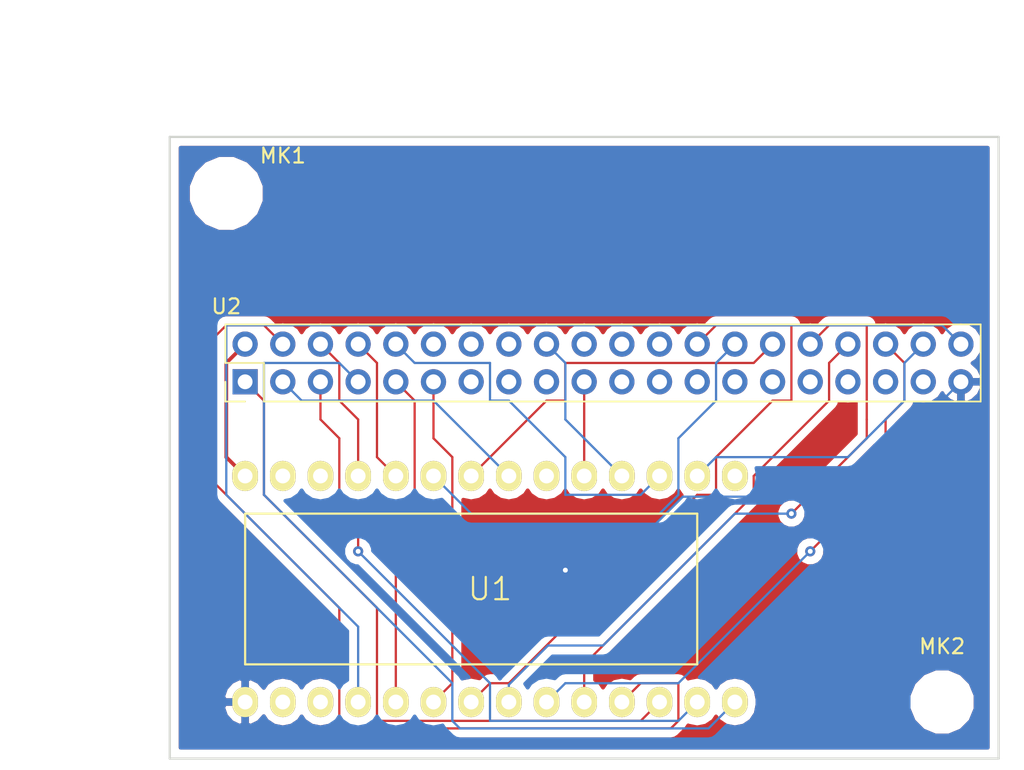
<source format=kicad_pcb>
(kicad_pcb (version 4) (host pcbnew 4.0.7)

  (general
    (links 22)
    (no_connects 0)
    (area 125.73 81.28 194.31 133.35)
    (thickness 1.6002)
    (drawings 6)
    (tracks 133)
    (zones 0)
    (modules 4)
    (nets 23)
  )

  (page A4)
  (layers
    (0 F.Cu signal)
    (31 B.Cu signal)
    (32 B.Adhes user)
    (33 F.Adhes user)
    (34 B.Paste user)
    (35 F.Paste user)
    (36 B.SilkS user)
    (37 F.SilkS user)
    (38 B.Mask user)
    (39 F.Mask user)
    (40 Dwgs.User user)
    (41 Cmts.User user)
    (42 Eco1.User user)
    (43 Eco2.User user)
    (44 Edge.Cuts user)
    (45 Margin user)
    (46 B.CrtYd user)
    (47 F.CrtYd user)
    (48 B.Fab user)
    (49 F.Fab user)
  )

  (setup
    (last_trace_width 0.1524)
    (trace_clearance 0.1524)
    (zone_clearance 0.53)
    (zone_45_only no)
    (trace_min 0.1524)
    (segment_width 0.2)
    (edge_width 0.15)
    (via_size 0.6858)
    (via_drill 0.3302)
    (via_min_size 0.6858)
    (via_min_drill 0.3302)
    (uvia_size 0.3)
    (uvia_drill 0.1)
    (uvias_allowed no)
    (uvia_min_size 0)
    (uvia_min_drill 0)
    (pcb_text_width 0.3)
    (pcb_text_size 1.5 1.5)
    (mod_edge_width 0.15)
    (mod_text_size 1 1)
    (mod_text_width 0.15)
    (pad_size 3.8608 3.8608)
    (pad_drill 3.8608)
    (pad_to_mask_clearance 0.0508)
    (aux_axis_origin 0 0)
    (visible_elements FFFFEF7F)
    (pcbplotparams
      (layerselection 0x00030_80000001)
      (usegerberextensions false)
      (excludeedgelayer true)
      (linewidth 0.100000)
      (plotframeref false)
      (viasonmask false)
      (mode 1)
      (useauxorigin false)
      (hpglpennumber 1)
      (hpglpenspeed 20)
      (hpglpendiameter 15)
      (hpglpenoverlay 2)
      (psnegative false)
      (psa4output false)
      (plotreference true)
      (plotvalue true)
      (plotinvisibletext false)
      (padsonsilk false)
      (subtractmaskfromsilk false)
      (outputformat 1)
      (mirror false)
      (drillshape 1)
      (scaleselection 1)
      (outputdirectory ""))
  )

  (net 0 "")
  (net 1 +5V)
  (net 2 /kbd_matrix1)
  (net 3 /kbd_keypad_btn)
  (net 4 /kbd_program_btn)
  (net 5 /kbd_matrix8)
  (net 6 /kbd_matrix5)
  (net 7 /kbd_matrix3)
  (net 8 /kbd_matrix4)
  (net 9 /kbd_p138_a)
  (net 10 /kbd_num_led)
  (net 11 /kbd_keypad_led)
  (net 12 /kbd_caps_led)
  (net 13 /kbd_matrix2)
  (net 14 /kbd_p138_sel)
  (net 15 /kbd_buzzer)
  (net 16 /kbd_scroll_led)
  (net 17 /kbd_matrix6)
  (net 18 /kbd_matrix7)
  (net 19 /kbd_p138_c)
  (net 20 /kbd_p138_b)
  (net 21 GND)
  (net 22 /kbd_p138_nen)

  (net_class Default "This is the default net class."
    (clearance 0.1524)
    (trace_width 0.1524)
    (via_dia 0.6858)
    (via_drill 0.3302)
    (uvia_dia 0.3)
    (uvia_drill 0.1)
    (add_net /kbd_buzzer)
    (add_net /kbd_caps_led)
    (add_net /kbd_keypad_btn)
    (add_net /kbd_keypad_led)
    (add_net /kbd_matrix1)
    (add_net /kbd_matrix2)
    (add_net /kbd_matrix3)
    (add_net /kbd_matrix4)
    (add_net /kbd_matrix5)
    (add_net /kbd_matrix6)
    (add_net /kbd_matrix7)
    (add_net /kbd_matrix8)
    (add_net /kbd_num_led)
    (add_net /kbd_p138_a)
    (add_net /kbd_p138_b)
    (add_net /kbd_p138_c)
    (add_net /kbd_p138_nen)
    (add_net /kbd_p138_sel)
    (add_net /kbd_program_btn)
    (add_net /kbd_scroll_led)
    (add_net GND)
  )

  (net_class pwr ""
    (clearance 0.1524)
    (trace_width 0.254)
    (via_dia 0.6858)
    (via_drill 0.3302)
    (uvia_dia 0.3)
    (uvia_drill 0.1)
    (add_net +5V)
  )

  (module t_footprints:Teensy-3.2 (layer F.Cu) (tedit 5506D470) (tstamp 5A7BA599)
    (at 144.78 128.27)
    (path /5A74E10D)
    (fp_text reference U1 (at 13.97 -7.62 180) (layer F.SilkS)
      (effects (font (size 1.5 1.5) (thickness 0.15)))
    )
    (fp_text value TEENSY-3.2 (at 5.08 -10.16) (layer F.Fab)
      (effects (font (size 1.5 1.5) (thickness 0.15)))
    )
    (fp_line (start -2.54 -12.7) (end 27.94 -12.7) (layer F.SilkS) (width 0.15))
    (fp_line (start 27.94 -12.7) (end 27.94 -2.54) (layer F.SilkS) (width 0.15))
    (fp_line (start 27.94 -2.54) (end -2.54 -2.54) (layer F.SilkS) (width 0.15))
    (fp_line (start -2.54 -2.54) (end -2.54 -12.7) (layer F.SilkS) (width 0.15))
    (pad 0 thru_hole oval (at 0 0) (size 1.7272 2.032) (drill 1) (layers *.Cu *.Mask F.SilkS))
    (pad 1 thru_hole oval (at 2.54 0) (size 1.7272 2.032) (drill 1) (layers *.Cu *.Mask F.SilkS))
    (pad 2 thru_hole oval (at 5.08 0) (size 1.7272 2.032) (drill 1) (layers *.Cu *.Mask F.SilkS)
      (net 2 /kbd_matrix1))
    (pad 3 thru_hole oval (at 7.62 0) (size 1.7272 2.032) (drill 1) (layers *.Cu *.Mask F.SilkS)
      (net 3 /kbd_keypad_btn))
    (pad 4 thru_hole oval (at 10.16 0) (size 1.7272 2.032) (drill 1) (layers *.Cu *.Mask F.SilkS)
      (net 4 /kbd_program_btn))
    (pad 5 thru_hole oval (at 12.7 0) (size 1.7272 2.032) (drill 1) (layers *.Cu *.Mask F.SilkS)
      (net 5 /kbd_matrix8))
    (pad 6 thru_hole oval (at 15.24 0) (size 1.7272 2.032) (drill 1) (layers *.Cu *.Mask F.SilkS)
      (net 6 /kbd_matrix5))
    (pad 7 thru_hole oval (at 17.78 0) (size 1.7272 2.032) (drill 1) (layers *.Cu *.Mask F.SilkS)
      (net 7 /kbd_matrix3))
    (pad 8 thru_hole oval (at 20.32 0) (size 1.7272 2.032) (drill 1) (layers *.Cu *.Mask F.SilkS)
      (net 8 /kbd_matrix4))
    (pad 9 thru_hole oval (at 22.86 0) (size 1.7272 2.032) (drill 1) (layers *.Cu *.Mask F.SilkS)
      (net 9 /kbd_p138_a))
    (pad 10 thru_hole oval (at 25.4 0) (size 1.7272 2.032) (drill 1) (layers *.Cu *.Mask F.SilkS)
      (net 10 /kbd_num_led))
    (pad 11 thru_hole oval (at 27.94 0) (size 1.7272 2.032) (drill 1) (layers *.Cu *.Mask F.SilkS)
      (net 11 /kbd_keypad_led))
    (pad 12 thru_hole oval (at 30.48 0) (size 1.7272 2.032) (drill 1) (layers *.Cu *.Mask F.SilkS)
      (net 12 /kbd_caps_led))
    (pad 13 thru_hole oval (at 30.48 -15.24) (size 1.7272 2.032) (drill 1) (layers *.Cu *.Mask F.SilkS))
    (pad 14 thru_hole oval (at 27.94 -15.24) (size 1.7272 2.032) (drill 1) (layers *.Cu *.Mask F.SilkS)
      (net 13 /kbd_matrix2))
    (pad 15 thru_hole oval (at 25.4 -15.24) (size 1.7272 2.032) (drill 1) (layers *.Cu *.Mask F.SilkS)
      (net 14 /kbd_p138_sel))
    (pad 16 thru_hole oval (at 22.86 -15.24) (size 1.7272 2.032) (drill 1) (layers *.Cu *.Mask F.SilkS)
      (net 15 /kbd_buzzer))
    (pad 17 thru_hole oval (at 20.32 -15.24) (size 1.7272 2.032) (drill 1) (layers *.Cu *.Mask F.SilkS)
      (net 22 /kbd_p138_nen))
    (pad 18 thru_hole oval (at 17.78 -15.24) (size 1.7272 2.032) (drill 1) (layers *.Cu *.Mask F.SilkS))
    (pad 19 thru_hole oval (at 15.24 -15.24) (size 1.7272 2.032) (drill 1) (layers *.Cu *.Mask F.SilkS)
      (net 16 /kbd_scroll_led))
    (pad 20 thru_hole oval (at 12.7 -15.24) (size 1.7272 2.032) (drill 1) (layers *.Cu *.Mask F.SilkS)
      (net 17 /kbd_matrix6))
    (pad 21 thru_hole oval (at 10.16 -15.24) (size 1.7272 2.032) (drill 1) (layers *.Cu *.Mask F.SilkS)
      (net 18 /kbd_matrix7))
    (pad 22 thru_hole oval (at 7.62 -15.24) (size 1.7272 2.032) (drill 1) (layers *.Cu *.Mask F.SilkS)
      (net 19 /kbd_p138_c))
    (pad 23 thru_hole oval (at 5.08 -15.24) (size 1.7272 2.032) (drill 1) (layers *.Cu *.Mask F.SilkS)
      (net 20 /kbd_p138_b))
    (pad 24 thru_hole oval (at 2.54 -15.24) (size 1.7272 2.032) (drill 1) (layers *.Cu *.Mask F.SilkS))
    (pad 25 thru_hole oval (at 0 -15.24) (size 1.7272 2.032) (drill 1) (layers *.Cu *.Mask F.SilkS))
    (pad 26 thru_hole oval (at -2.54 -15.24) (size 1.7272 2.032) (drill 1) (layers *.Cu *.Mask F.SilkS)
      (net 1 +5V))
    (pad 27 thru_hole oval (at -2.54 0) (size 1.7272 2.032) (drill 1) (layers *.Cu *.Mask F.SilkS)
      (net 21 GND))
  )

  (module Pin_Headers:Pin_Header_Straight_2x20_Pitch2.54mm (layer F.Cu) (tedit 59650533) (tstamp 5A7BA5D7)
    (at 142.24 106.68 90)
    (descr "Through hole straight pin header, 2x20, 2.54mm pitch, double rows")
    (tags "Through hole pin header THT 2x20 2.54mm double row")
    (path /5A74E76F)
    (fp_text reference U2 (at 5.08 -1.27 360) (layer F.SilkS)
      (effects (font (size 1 1) (thickness 0.15)))
    )
    (fp_text value at89s8253-40p6 (at 5.08 43.18 180) (layer F.Fab)
      (effects (font (size 1 1) (thickness 0.15)))
    )
    (fp_line (start 0 -1.27) (end 3.81 -1.27) (layer F.Fab) (width 0.1))
    (fp_line (start 3.81 -1.27) (end 3.81 49.53) (layer F.Fab) (width 0.1))
    (fp_line (start 3.81 49.53) (end -1.27 49.53) (layer F.Fab) (width 0.1))
    (fp_line (start -1.27 49.53) (end -1.27 0) (layer F.Fab) (width 0.1))
    (fp_line (start -1.27 0) (end 0 -1.27) (layer F.Fab) (width 0.1))
    (fp_line (start -1.33 49.59) (end 3.87 49.59) (layer F.SilkS) (width 0.12))
    (fp_line (start -1.33 1.27) (end -1.33 49.59) (layer F.SilkS) (width 0.12))
    (fp_line (start 3.87 -1.33) (end 3.87 49.59) (layer F.SilkS) (width 0.12))
    (fp_line (start -1.33 1.27) (end 1.27 1.27) (layer F.SilkS) (width 0.12))
    (fp_line (start 1.27 1.27) (end 1.27 -1.33) (layer F.SilkS) (width 0.12))
    (fp_line (start 1.27 -1.33) (end 3.87 -1.33) (layer F.SilkS) (width 0.12))
    (fp_line (start -1.33 0) (end -1.33 -1.33) (layer F.SilkS) (width 0.12))
    (fp_line (start -1.33 -1.33) (end 0 -1.33) (layer F.SilkS) (width 0.12))
    (fp_line (start -1.8 -1.8) (end -1.8 50.05) (layer F.CrtYd) (width 0.05))
    (fp_line (start -1.8 50.05) (end 4.35 50.05) (layer F.CrtYd) (width 0.05))
    (fp_line (start 4.35 50.05) (end 4.35 -1.8) (layer F.CrtYd) (width 0.05))
    (fp_line (start 4.35 -1.8) (end -1.8 -1.8) (layer F.CrtYd) (width 0.05))
    (fp_text user %R (at 5.08 24.13 180) (layer F.Fab)
      (effects (font (size 1 1) (thickness 0.15)))
    )
    (pad 1 thru_hole rect (at 0 0 90) (size 1.7 1.7) (drill 1) (layers *.Cu *.Mask)
      (net 10 /kbd_num_led))
    (pad 40 thru_hole oval (at 2.54 0 90) (size 1.7 1.7) (drill 1) (layers *.Cu *.Mask)
      (net 1 +5V))
    (pad 2 thru_hole oval (at 0 2.54 90) (size 1.7 1.7) (drill 1) (layers *.Cu *.Mask)
      (net 16 /kbd_scroll_led))
    (pad 39 thru_hole oval (at 2.54 2.54 90) (size 1.7 1.7) (drill 1) (layers *.Cu *.Mask)
      (net 9 /kbd_p138_a))
    (pad 3 thru_hole oval (at 0 5.08 90) (size 1.7 1.7) (drill 1) (layers *.Cu *.Mask)
      (net 11 /kbd_keypad_led))
    (pad 38 thru_hole oval (at 2.54 5.08 90) (size 1.7 1.7) (drill 1) (layers *.Cu *.Mask)
      (net 20 /kbd_p138_b))
    (pad 4 thru_hole oval (at 0 7.62 90) (size 1.7 1.7) (drill 1) (layers *.Cu *.Mask)
      (net 12 /kbd_caps_led))
    (pad 37 thru_hole oval (at 2.54 7.62 90) (size 1.7 1.7) (drill 1) (layers *.Cu *.Mask)
      (net 19 /kbd_p138_c))
    (pad 5 thru_hole oval (at 0 10.16 90) (size 1.7 1.7) (drill 1) (layers *.Cu *.Mask)
      (net 3 /kbd_keypad_btn))
    (pad 36 thru_hole oval (at 2.54 10.16 90) (size 1.7 1.7) (drill 1) (layers *.Cu *.Mask)
      (net 14 /kbd_p138_sel))
    (pad 6 thru_hole oval (at 0 12.7 90) (size 1.7 1.7) (drill 1) (layers *.Cu *.Mask)
      (net 4 /kbd_program_btn))
    (pad 35 thru_hole oval (at 2.54 12.7 90) (size 1.7 1.7) (drill 1) (layers *.Cu *.Mask))
    (pad 7 thru_hole oval (at 0 15.24 90) (size 1.7 1.7) (drill 1) (layers *.Cu *.Mask))
    (pad 34 thru_hole oval (at 2.54 15.24 90) (size 1.7 1.7) (drill 1) (layers *.Cu *.Mask))
    (pad 8 thru_hole oval (at 0 17.78 90) (size 1.7 1.7) (drill 1) (layers *.Cu *.Mask))
    (pad 33 thru_hole oval (at 2.54 17.78 90) (size 1.7 1.7) (drill 1) (layers *.Cu *.Mask))
    (pad 9 thru_hole oval (at 0 20.32 90) (size 1.7 1.7) (drill 1) (layers *.Cu *.Mask))
    (pad 32 thru_hole oval (at 2.54 20.32 90) (size 1.7 1.7) (drill 1) (layers *.Cu *.Mask)
      (net 15 /kbd_buzzer))
    (pad 10 thru_hole oval (at 0 22.86 90) (size 1.7 1.7) (drill 1) (layers *.Cu *.Mask)
      (net 22 /kbd_p138_nen))
    (pad 31 thru_hole oval (at 2.54 22.86 90) (size 1.7 1.7) (drill 1) (layers *.Cu *.Mask))
    (pad 11 thru_hole oval (at 0 25.4 90) (size 1.7 1.7) (drill 1) (layers *.Cu *.Mask))
    (pad 30 thru_hole oval (at 2.54 25.4 90) (size 1.7 1.7) (drill 1) (layers *.Cu *.Mask))
    (pad 12 thru_hole oval (at 0 27.94 90) (size 1.7 1.7) (drill 1) (layers *.Cu *.Mask))
    (pad 29 thru_hole oval (at 2.54 27.94 90) (size 1.7 1.7) (drill 1) (layers *.Cu *.Mask))
    (pad 13 thru_hole oval (at 0 30.48 90) (size 1.7 1.7) (drill 1) (layers *.Cu *.Mask))
    (pad 28 thru_hole oval (at 2.54 30.48 90) (size 1.7 1.7) (drill 1) (layers *.Cu *.Mask)
      (net 5 /kbd_matrix8))
    (pad 14 thru_hole oval (at 0 33.02 90) (size 1.7 1.7) (drill 1) (layers *.Cu *.Mask))
    (pad 27 thru_hole oval (at 2.54 33.02 90) (size 1.7 1.7) (drill 1) (layers *.Cu *.Mask)
      (net 18 /kbd_matrix7))
    (pad 15 thru_hole oval (at 0 35.56 90) (size 1.7 1.7) (drill 1) (layers *.Cu *.Mask))
    (pad 26 thru_hole oval (at 2.54 35.56 90) (size 1.7 1.7) (drill 1) (layers *.Cu *.Mask)
      (net 17 /kbd_matrix6))
    (pad 16 thru_hole oval (at 0 38.1 90) (size 1.7 1.7) (drill 1) (layers *.Cu *.Mask))
    (pad 25 thru_hole oval (at 2.54 38.1 90) (size 1.7 1.7) (drill 1) (layers *.Cu *.Mask)
      (net 6 /kbd_matrix5))
    (pad 17 thru_hole oval (at 0 40.64 90) (size 1.7 1.7) (drill 1) (layers *.Cu *.Mask))
    (pad 24 thru_hole oval (at 2.54 40.64 90) (size 1.7 1.7) (drill 1) (layers *.Cu *.Mask)
      (net 8 /kbd_matrix4))
    (pad 18 thru_hole oval (at 0 43.18 90) (size 1.7 1.7) (drill 1) (layers *.Cu *.Mask))
    (pad 23 thru_hole oval (at 2.54 43.18 90) (size 1.7 1.7) (drill 1) (layers *.Cu *.Mask)
      (net 7 /kbd_matrix3))
    (pad 19 thru_hole oval (at 0 45.72 90) (size 1.7 1.7) (drill 1) (layers *.Cu *.Mask))
    (pad 22 thru_hole oval (at 2.54 45.72 90) (size 1.7 1.7) (drill 1) (layers *.Cu *.Mask)
      (net 13 /kbd_matrix2))
    (pad 20 thru_hole oval (at 0 48.26 90) (size 1.7 1.7) (drill 1) (layers *.Cu *.Mask)
      (net 21 GND))
    (pad 21 thru_hole oval (at 2.54 48.26 90) (size 1.7 1.7) (drill 1) (layers *.Cu *.Mask)
      (net 2 /kbd_matrix1))
    (model ${KISYS3DMOD}/Pin_Headers.3dshapes/Pin_Header_Straight_2x20_Pitch2.54mm.wrl
      (at (xyz 0 0 0))
      (scale (xyz 1 1 1))
      (rotate (xyz 0 0 0))
    )
  )

  (module Mounting_Holes:MountingHole_3.2mm_M3_ISO14580 (layer F.Cu) (tedit 5A7CFCFC) (tstamp 5A7CFC72)
    (at 140.97 93.98)
    (descr "Mounting Hole 3.2mm, no annular, M3, ISO14580")
    (tags "mounting hole 3.2mm no annular m3 iso14580")
    (path /5A7CFB90)
    (attr virtual)
    (fp_text reference MK1 (at 3.81 -2.54) (layer F.SilkS)
      (effects (font (size 1 1) (thickness 0.15)))
    )
    (fp_text value Mounting_Hole (at 0 3.75) (layer F.Fab)
      (effects (font (size 1 1) (thickness 0.15)))
    )
    (fp_text user %R (at 0.3 0) (layer F.Fab)
      (effects (font (size 1 1) (thickness 0.15)))
    )
    (fp_circle (center 0 0) (end 2.75 0) (layer Cmts.User) (width 0.15))
    (fp_circle (center 0 0) (end 3 0) (layer F.CrtYd) (width 0.05))
    (pad "" np_thru_hole circle (at 0 0) (size 3.8608 3.8608) (drill 3.8608) (layers *.Cu *.Mask))
  )

  (module Mounting_Holes:MountingHole_3.2mm_M3_ISO14580 (layer F.Cu) (tedit 56D1B4CB) (tstamp 5A7CFC7A)
    (at 189.23 128.27)
    (descr "Mounting Hole 3.2mm, no annular, M3, ISO14580")
    (tags "mounting hole 3.2mm no annular m3 iso14580")
    (path /5A7CFE98)
    (attr virtual)
    (fp_text reference MK2 (at 0 -3.75) (layer F.SilkS)
      (effects (font (size 1 1) (thickness 0.15)))
    )
    (fp_text value Mounting_Hole (at 0 3.75) (layer F.Fab)
      (effects (font (size 1 1) (thickness 0.15)))
    )
    (fp_text user %R (at 0.3 0) (layer F.Fab)
      (effects (font (size 1 1) (thickness 0.15)))
    )
    (fp_circle (center 0 0) (end 2.75 0) (layer Cmts.User) (width 0.15))
    (fp_circle (center 0 0) (end 3 0) (layer F.CrtYd) (width 0.05))
    (pad 1 np_thru_hole circle (at 0 0) (size 3.2 3.2) (drill 3.2) (layers *.Cu *.Mask))
  )

  (dimension 55.88 (width 0.3) (layer F.Fab)
    (gr_text "2.2000 in" (at 165.1 82.793851) (layer F.Fab)
      (effects (font (size 1.5 1.5) (thickness 0.3)))
    )
    (feature1 (pts (xy 193.04 87.953851) (xy 193.04 81.443851)))
    (feature2 (pts (xy 137.16 87.953851) (xy 137.16 81.443851)))
    (crossbar (pts (xy 137.16 84.143851) (xy 193.04 84.143851)))
    (arrow1a (pts (xy 193.04 84.143851) (xy 191.913496 84.730272)))
    (arrow1b (pts (xy 193.04 84.143851) (xy 191.913496 83.55743)))
    (arrow2a (pts (xy 137.16 84.143851) (xy 138.286504 84.730272)))
    (arrow2b (pts (xy 137.16 84.143851) (xy 138.286504 83.55743)))
  )
  (dimension 41.91 (width 0.3) (layer F.Fab)
    (gr_text "1.6500 in" (at 132.000001 111.125 270) (layer F.Fab) (tstamp 5A7D0378)
      (effects (font (size 1.5 1.5) (thickness 0.3)))
    )
    (feature1 (pts (xy 134.62 132.08) (xy 130.650001 132.08)))
    (feature2 (pts (xy 134.62 90.17) (xy 130.650001 90.17)))
    (crossbar (pts (xy 133.350001 90.17) (xy 133.350001 132.08)))
    (arrow1a (pts (xy 133.350001 132.08) (xy 132.76358 130.953496)))
    (arrow1b (pts (xy 133.350001 132.08) (xy 133.936422 130.953496)))
    (arrow2a (pts (xy 133.350001 90.17) (xy 132.76358 91.296504)))
    (arrow2b (pts (xy 133.350001 90.17) (xy 133.936422 91.296504)))
  )
  (gr_line (start 193.04 90.17) (end 137.16 90.17) (angle 90) (layer Edge.Cuts) (width 0.15))
  (gr_line (start 193.04 132.08) (end 193.04 90.17) (angle 90) (layer Edge.Cuts) (width 0.15))
  (gr_line (start 137.16 132.08) (end 193.04 132.08) (angle 90) (layer Edge.Cuts) (width 0.15))
  (gr_line (start 137.16 90.17) (end 137.16 132.08) (angle 90) (layer Edge.Cuts) (width 0.15))

  (segment (start 142.24 113.03) (end 140.97 111.76) (width 0.254) (layer F.Cu) (net 1) (status 80000))
  (segment (start 140.97 105.41) (end 142.24 104.14) (width 0.254) (layer F.Cu) (net 1) (status 80000))
  (segment (start 140.97 111.76) (end 140.97 105.41) (width 0.254) (layer F.Cu) (net 1) (status 80000))
  (segment (start 149.86 128.27) (end 149.86 123.19) (width 0.1524) (layer B.Cu) (net 2) (status 80000))
  (segment (start 149.86 123.19) (end 140.97 114.3) (width 0.1524) (layer B.Cu) (net 2) (status 80000))
  (segment (start 140.97 114.3) (end 140.97 102.87) (width 0.1524) (layer B.Cu) (net 2) (status 80000))
  (segment (start 140.97 102.87) (end 189.23 102.87) (width 0.1524) (layer B.Cu) (net 2) (status 80000))
  (segment (start 189.23 102.87) (end 190.5 104.14) (width 0.1524) (layer B.Cu) (net 2) (status 80000))
  (segment (start 152.4 106.68) (end 153.67 107.95) (width 0.1524) (layer F.Cu) (net 3) (status 80000))
  (segment (start 153.67 107.95) (end 153.67 114.3) (width 0.1524) (layer F.Cu) (net 3) (status 80000))
  (segment (start 153.67 114.3) (end 152.4 115.57) (width 0.1524) (layer F.Cu) (net 3) (status 80000))
  (segment (start 152.4 115.57) (end 152.4 128.27) (width 0.1524) (layer F.Cu) (net 3) (status 80000))
  (segment (start 154.94 128.27) (end 156.21 127) (width 0.1524) (layer F.Cu) (net 4) (status 80000))
  (segment (start 156.21 127) (end 156.21 111.76) (width 0.1524) (layer F.Cu) (net 4) (status 80000))
  (segment (start 156.21 111.76) (end 154.94 110.49) (width 0.1524) (layer F.Cu) (net 4) (status 80000))
  (segment (start 154.94 110.49) (end 154.94 106.68) (width 0.1524) (layer F.Cu) (net 4) (status 80000))
  (segment (start 157.48 128.27) (end 158.75 127) (width 0.1524) (layer F.Cu) (net 5) (status 80000))
  (segment (start 158.75 127) (end 160.02 127) (width 0.1524) (layer F.Cu) (net 5) (status 80000))
  (segment (start 160.02 127) (end 172.72 114.3) (width 0.1524) (layer F.Cu) (net 5) (status 80000))
  (segment (start 172.72 114.3) (end 173.99 114.3) (width 0.1524) (layer F.Cu) (net 5) (status 80000))
  (segment (start 173.99 114.3) (end 173.99 111.76) (width 0.1524) (layer F.Cu) (net 5) (status 80000))
  (segment (start 173.99 111.76) (end 177.8 107.95) (width 0.1524) (layer F.Cu) (net 5) (status 80000))
  (segment (start 177.8 107.95) (end 179.07 107.95) (width 0.1524) (layer F.Cu) (net 5) (status 80000))
  (segment (start 179.07 107.95) (end 179.07 102.87) (width 0.1524) (layer F.Cu) (net 5) (status 80000))
  (segment (start 179.07 102.87) (end 173.99 102.87) (width 0.1524) (layer F.Cu) (net 5) (status 80000))
  (segment (start 173.99 102.87) (end 172.72 104.14) (width 0.1524) (layer F.Cu) (net 5) (status 80000))
  (segment (start 179.07 115.57) (end 175.26 115.57) (width 0.1524) (layer B.Cu) (net 6))
  (segment (start 175.26 115.57) (end 166.37 124.46) (width 0.1524) (layer B.Cu) (net 6))
  (segment (start 166.37 124.46) (end 162.6616 124.46) (width 0.1524) (layer B.Cu) (net 6))
  (segment (start 162.6616 124.46) (end 160.02 127.1016) (width 0.1524) (layer B.Cu) (net 6))
  (segment (start 160.02 127.1016) (end 160.02 128.27) (width 0.1524) (layer B.Cu) (net 6))
  (segment (start 184.15 109.22) (end 184.15 110.49) (width 0.1524) (layer F.Cu) (net 6))
  (via (at 179.07 115.57) (size 0.6858) (layers F.Cu B.Cu) (net 6) (status 80000))
  (segment (start 179.07 115.57) (end 184.15 110.49) (width 0.1524) (layer F.Cu) (net 6) (status 80000))
  (segment (start 184.15 109.22) (end 184.15 102.87) (width 0.1524) (layer F.Cu) (net 6) (status 80000))
  (segment (start 184.15 102.87) (end 181.61 102.87) (width 0.1524) (layer F.Cu) (net 6) (status 80000))
  (segment (start 181.61 102.87) (end 180.34 104.14) (width 0.1524) (layer F.Cu) (net 6) (status 80000))
  (segment (start 180.34 118.11) (end 171.45 127) (width 0.1524) (layer B.Cu) (net 7))
  (segment (start 171.45 127) (end 163.83 127) (width 0.1524) (layer B.Cu) (net 7))
  (segment (start 163.83 127) (end 162.56 128.27) (width 0.1524) (layer B.Cu) (net 7))
  (via (at 180.34 118.11) (size 0.6858) (drill 0.3302) (layers F.Cu B.Cu) (net 7))
  (segment (start 185.42 113.03) (end 180.34 118.11) (width 0.1524) (layer F.Cu) (net 7))
  (segment (start 185.42 111.46282) (end 185.42 113.03) (width 0.1524) (layer F.Cu) (net 7))
  (segment (start 185.42 109.22) (end 185.42 111.46282) (width 0.1524) (layer F.Cu) (net 7))
  (segment (start 185.42 104.14) (end 186.69 105.41) (width 0.1524) (layer F.Cu) (net 7) (status 80000))
  (segment (start 186.69 107.95) (end 185.42 109.22) (width 0.1524) (layer F.Cu) (net 7) (status 80000))
  (segment (start 186.69 105.41) (end 186.69 107.95) (width 0.1524) (layer F.Cu) (net 7) (status 80000))
  (segment (start 182.88 104.14) (end 181.61 105.41) (width 0.1524) (layer F.Cu) (net 8) (status 80000))
  (segment (start 181.61 105.41) (end 181.61 107.95) (width 0.1524) (layer F.Cu) (net 8) (status 80000))
  (segment (start 181.61 107.95) (end 176.53 113.03) (width 0.1524) (layer F.Cu) (net 8) (status 80000))
  (segment (start 176.53 113.03) (end 176.53 114.3) (width 0.1524) (layer F.Cu) (net 8) (status 80000))
  (segment (start 176.53 114.3) (end 165.1 125.73) (width 0.1524) (layer F.Cu) (net 8) (status 80000))
  (segment (start 165.1 125.73) (end 165.1 128.27) (width 0.1524) (layer F.Cu) (net 8) (status 80000))
  (segment (start 144.78 104.14) (end 143.51 102.87) (width 0.1524) (layer F.Cu) (net 9) (status 80000))
  (segment (start 143.51 102.87) (end 140.97 102.87) (width 0.1524) (layer F.Cu) (net 9) (status 80000))
  (segment (start 140.97 102.87) (end 139.7 104.14) (width 0.1524) (layer F.Cu) (net 9) (status 80000))
  (segment (start 139.7 104.14) (end 139.7 113.03) (width 0.1524) (layer F.Cu) (net 9) (status 80000))
  (segment (start 139.7 113.03) (end 148.59 121.92) (width 0.1524) (layer F.Cu) (net 9) (status 80000))
  (segment (start 148.59 121.92) (end 148.59 129.54) (width 0.1524) (layer F.Cu) (net 9) (status 80000))
  (segment (start 148.59 129.54) (end 149.098 130.048) (width 0.1524) (layer F.Cu) (net 9) (status 80000))
  (segment (start 149.098 130.048) (end 170.942 130.048) (width 0.1524) (layer F.Cu) (net 9) (status 80000))
  (segment (start 170.942 130.048) (end 171.45 129.54) (width 0.1524) (layer F.Cu) (net 9) (status 80000))
  (segment (start 171.45 129.54) (end 171.45 127) (width 0.1524) (layer F.Cu) (net 9) (status 80000))
  (segment (start 171.45 127) (end 168.91 127) (width 0.1524) (layer F.Cu) (net 9) (status 80000))
  (segment (start 168.91 127) (end 167.64 128.27) (width 0.1524) (layer F.Cu) (net 9) (status 80000))
  (segment (start 142.24 106.68) (end 143.51 107.95) (width 0.1524) (layer F.Cu) (net 10) (status 80000))
  (segment (start 143.51 107.95) (end 143.51 114.3) (width 0.1524) (layer F.Cu) (net 10) (status 80000))
  (segment (start 143.51 114.3) (end 151.13 121.92) (width 0.1524) (layer F.Cu) (net 10) (status 80000))
  (segment (start 151.13 121.92) (end 151.13 129.54) (width 0.1524) (layer F.Cu) (net 10) (status 80000))
  (segment (start 151.13 129.54) (end 168.91 129.54) (width 0.1524) (layer F.Cu) (net 10) (status 80000))
  (segment (start 168.91 129.54) (end 170.18 128.27) (width 0.1524) (layer F.Cu) (net 10) (status 80000))
  (segment (start 147.32 106.68) (end 147.32 109.22) (width 0.1524) (layer F.Cu) (net 11) (status 80000))
  (segment (start 147.32 109.22) (end 148.59 110.49) (width 0.1524) (layer F.Cu) (net 11) (status 80000))
  (segment (start 148.59 110.49) (end 148.59 114.3) (width 0.1524) (layer F.Cu) (net 11) (status 80000))
  (segment (start 148.59 114.3) (end 149.86 115.57) (width 0.1524) (layer F.Cu) (net 11) (status 80000))
  (segment (start 149.86 115.57) (end 149.86 118.11) (width 0.1524) (layer F.Cu) (net 11) (status 80000))
  (via (at 149.86 118.11) (size 0.6858) (layers F.Cu B.Cu) (net 11) (status 80000))
  (segment (start 149.86 118.11) (end 158.75 127) (width 0.1524) (layer B.Cu) (net 11) (status 80000))
  (segment (start 158.75 127) (end 158.75 129.54) (width 0.1524) (layer B.Cu) (net 11) (status 80000))
  (segment (start 158.75 129.54) (end 171.45 129.54) (width 0.1524) (layer B.Cu) (net 11) (status 80000))
  (segment (start 171.45 129.54) (end 172.72 128.27) (width 0.1524) (layer B.Cu) (net 11) (status 80000))
  (segment (start 149.86 106.68) (end 148.59 105.41) (width 0.1524) (layer B.Cu) (net 12) (status 80000))
  (segment (start 148.59 105.41) (end 143.51 105.41) (width 0.1524) (layer B.Cu) (net 12) (status 80000))
  (segment (start 143.51 105.41) (end 143.51 114.3) (width 0.1524) (layer B.Cu) (net 12) (status 80000))
  (segment (start 143.51 114.3) (end 156.21 127) (width 0.1524) (layer B.Cu) (net 12) (status 80000))
  (segment (start 156.21 127) (end 156.21 129.54) (width 0.1524) (layer B.Cu) (net 12) (status 80000))
  (segment (start 156.21 129.54) (end 156.718 130.048) (width 0.1524) (layer B.Cu) (net 12) (status 80000))
  (segment (start 156.718 130.048) (end 173.482 130.048) (width 0.1524) (layer B.Cu) (net 12) (status 80000))
  (segment (start 173.482 130.048) (end 175.26 128.27) (width 0.1524) (layer B.Cu) (net 12) (status 80000))
  (segment (start 187.96 104.14) (end 186.69 105.41) (width 0.1524) (layer B.Cu) (net 13) (status 80000))
  (segment (start 186.69 105.41) (end 186.69 107.95) (width 0.1524) (layer B.Cu) (net 13) (status 80000))
  (segment (start 186.69 107.95) (end 182.88 111.76) (width 0.1524) (layer B.Cu) (net 13) (status 80000))
  (segment (start 182.88 111.76) (end 173.99 111.76) (width 0.1524) (layer B.Cu) (net 13) (status 80000))
  (segment (start 173.99 111.76) (end 172.72 113.03) (width 0.1524) (layer B.Cu) (net 13) (status 80000))
  (segment (start 170.18 113.03) (end 168.91 114.3) (width 0.1524) (layer B.Cu) (net 14) (status 80000))
  (segment (start 168.91 114.3) (end 163.83 114.3) (width 0.1524) (layer B.Cu) (net 14) (status 80000))
  (segment (start 163.83 114.3) (end 163.83 111.76) (width 0.1524) (layer B.Cu) (net 14) (status 80000))
  (segment (start 163.83 111.76) (end 160.02 107.95) (width 0.1524) (layer B.Cu) (net 14) (status 80000))
  (segment (start 160.02 107.95) (end 158.75 107.95) (width 0.1524) (layer B.Cu) (net 14) (status 80000))
  (segment (start 158.75 107.95) (end 158.75 105.41) (width 0.1524) (layer B.Cu) (net 14) (status 80000))
  (segment (start 158.75 105.41) (end 153.67 105.41) (width 0.1524) (layer B.Cu) (net 14) (status 80000))
  (segment (start 153.67 105.41) (end 152.4 104.14) (width 0.1524) (layer B.Cu) (net 14) (status 80000))
  (segment (start 162.56 104.14) (end 163.83 105.41) (width 0.1524) (layer B.Cu) (net 15) (status 80000))
  (segment (start 163.83 105.41) (end 163.83 109.22) (width 0.1524) (layer B.Cu) (net 15) (status 80000))
  (segment (start 163.83 109.22) (end 167.64 113.03) (width 0.1524) (layer B.Cu) (net 15) (status 80000))
  (segment (start 160.02 113.03) (end 154.94 107.95) (width 0.1524) (layer B.Cu) (net 16) (status 80000))
  (segment (start 154.94 107.95) (end 146.05 107.95) (width 0.1524) (layer B.Cu) (net 16) (status 80000))
  (segment (start 146.05 107.95) (end 144.78 106.68) (width 0.1524) (layer B.Cu) (net 16) (status 80000))
  (segment (start 157.48 113.03) (end 162.56 107.95) (width 0.1524) (layer F.Cu) (net 17) (status 80000))
  (segment (start 162.56 107.95) (end 163.83 107.95) (width 0.1524) (layer F.Cu) (net 17) (status 80000))
  (segment (start 163.83 107.95) (end 163.83 105.41) (width 0.1524) (layer F.Cu) (net 17) (status 80000))
  (segment (start 163.83 105.41) (end 176.53 105.41) (width 0.1524) (layer F.Cu) (net 17) (status 80000))
  (segment (start 176.53 105.41) (end 177.8 104.14) (width 0.1524) (layer F.Cu) (net 17) (status 80000))
  (segment (start 154.94 113.03) (end 157.48 115.57) (width 0.1524) (layer B.Cu) (net 18) (status 80000))
  (segment (start 157.48 115.57) (end 170.18 115.57) (width 0.1524) (layer B.Cu) (net 18) (status 80000))
  (segment (start 170.18 115.57) (end 171.45 114.3) (width 0.1524) (layer B.Cu) (net 18) (status 80000))
  (segment (start 171.45 114.3) (end 171.45 110.49) (width 0.1524) (layer B.Cu) (net 18) (status 80000))
  (segment (start 171.45 110.49) (end 173.99 107.95) (width 0.1524) (layer B.Cu) (net 18) (status 80000))
  (segment (start 173.99 107.95) (end 173.99 105.41) (width 0.1524) (layer B.Cu) (net 18) (status 80000))
  (segment (start 173.99 105.41) (end 175.26 104.14) (width 0.1524) (layer B.Cu) (net 18) (status 80000))
  (segment (start 152.4 113.03) (end 151.13 111.76) (width 0.1524) (layer F.Cu) (net 19) (status 80000))
  (segment (start 151.13 111.76) (end 151.13 105.41) (width 0.1524) (layer F.Cu) (net 19) (status 80000))
  (segment (start 151.13 105.41) (end 149.86 104.14) (width 0.1524) (layer F.Cu) (net 19) (status 80000))
  (segment (start 147.32 104.14) (end 148.59 105.41) (width 0.1524) (layer F.Cu) (net 20) (status 80000))
  (segment (start 148.59 105.41) (end 148.59 107.95) (width 0.1524) (layer F.Cu) (net 20) (status 80000))
  (segment (start 148.59 107.95) (end 149.86 109.22) (width 0.1524) (layer F.Cu) (net 20) (status 80000))
  (segment (start 149.86 109.22) (end 149.86 113.03) (width 0.1524) (layer F.Cu) (net 20) (status 80000))
  (segment (start 190.5 106.68) (end 182.753743 114.426257) (width 0.1524) (layer B.Cu) (net 21))
  (segment (start 182.753743 114.426257) (end 171.754809 114.426257) (width 0.1524) (layer B.Cu) (net 21))
  (segment (start 171.754809 114.426257) (end 166.801066 119.38) (width 0.1524) (layer B.Cu) (net 21))
  (segment (start 166.801066 119.38) (end 163.83 119.38) (width 0.1524) (layer B.Cu) (net 21))
  (via (at 163.83 119.38) (size 0.6858) (drill 0.3302) (layers F.Cu B.Cu) (net 21))
  (segment (start 165.1 106.68) (end 165.1 113.03) (width 0.1524) (layer F.Cu) (net 22) (status 80000))

  (zone (net 21) (net_name GND) (layer F.Cu) (tstamp 5A7D00E5) (hatch edge 0.508)
    (connect_pads (clearance 0.53))
    (min_thickness 0.254)
    (fill yes (arc_segments 16) (thermal_gap 0.508) (thermal_bridge_width 0.508))
    (polygon
      (pts
        (xy 193.04 132.08) (xy 137.16 132.08) (xy 137.16 90.17) (xy 193.04 90.17)
      )
    )
    (filled_polygon
      (pts
        (xy 192.308 131.348) (xy 137.892 131.348) (xy 137.892 128.631913) (xy 140.754816 128.631913) (xy 140.948046 129.18432)
        (xy 141.337964 129.620732) (xy 141.865209 129.874709) (xy 141.880974 129.877358) (xy 142.113 129.756217) (xy 142.113 128.397)
        (xy 140.899076 128.397) (xy 140.754816 128.631913) (xy 137.892 128.631913) (xy 137.892 127.908087) (xy 140.754816 127.908087)
        (xy 140.899076 128.143) (xy 142.113 128.143) (xy 142.113 126.783783) (xy 141.880974 126.662642) (xy 141.865209 126.665291)
        (xy 141.337964 126.919268) (xy 140.948046 127.35568) (xy 140.754816 127.908087) (xy 137.892 127.908087) (xy 137.892 104.14)
        (xy 138.9668 104.14) (xy 138.9668 113.03) (xy 139.022612 113.310584) (xy 139.181549 113.548451) (xy 147.8568 122.223701)
        (xy 147.8568 126.671) (xy 147.32 126.564224) (xy 146.738092 126.679973) (xy 146.244773 127.009597) (xy 146.05 127.301096)
        (xy 145.855227 127.009597) (xy 145.361908 126.679973) (xy 144.78 126.564224) (xy 144.198092 126.679973) (xy 143.704773 127.009597)
        (xy 143.498527 127.318267) (xy 143.142036 126.919268) (xy 142.614791 126.665291) (xy 142.599026 126.662642) (xy 142.367 126.783783)
        (xy 142.367 128.143) (xy 142.387 128.143) (xy 142.387 128.397) (xy 142.367 128.397) (xy 142.367 129.756217)
        (xy 142.599026 129.877358) (xy 142.614791 129.874709) (xy 143.142036 129.620732) (xy 143.498527 129.221733) (xy 143.704773 129.530403)
        (xy 144.198092 129.860027) (xy 144.78 129.975776) (xy 145.361908 129.860027) (xy 145.855227 129.530403) (xy 146.05 129.238904)
        (xy 146.244773 129.530403) (xy 146.738092 129.860027) (xy 147.32 129.975776) (xy 147.901908 129.860027) (xy 147.927528 129.842908)
        (xy 148.071549 130.058451) (xy 148.579547 130.566448) (xy 148.579549 130.566451) (xy 148.817417 130.725388) (xy 149.098 130.7812)
        (xy 170.942 130.7812) (xy 171.222584 130.725388) (xy 171.460451 130.566451) (xy 171.968448 130.058453) (xy 171.968451 130.058451)
        (xy 172.112471 129.842908) (xy 172.138092 129.860027) (xy 172.72 129.975776) (xy 173.301908 129.860027) (xy 173.795227 129.530403)
        (xy 173.99 129.238904) (xy 174.184773 129.530403) (xy 174.678092 129.860027) (xy 175.26 129.975776) (xy 175.841908 129.860027)
        (xy 176.335227 129.530403) (xy 176.664851 129.037084) (xy 176.728524 128.716975) (xy 186.972609 128.716975) (xy 187.315493 129.546817)
        (xy 187.949843 130.182276) (xy 188.779085 130.526607) (xy 189.676975 130.527391) (xy 190.506817 130.184507) (xy 191.142276 129.550157)
        (xy 191.486607 128.720915) (xy 191.487391 127.823025) (xy 191.144507 126.993183) (xy 190.510157 126.357724) (xy 189.680915 126.013393)
        (xy 188.783025 126.012609) (xy 187.953183 126.355493) (xy 187.317724 126.989843) (xy 186.973393 127.819085) (xy 186.972609 128.716975)
        (xy 176.728524 128.716975) (xy 176.7806 128.455176) (xy 176.7806 128.084824) (xy 176.664851 127.502916) (xy 176.335227 127.009597)
        (xy 175.841908 126.679973) (xy 175.26 126.564224) (xy 174.678092 126.679973) (xy 174.184773 127.009597) (xy 173.99 127.301096)
        (xy 173.795227 127.009597) (xy 173.301908 126.679973) (xy 172.72 126.564224) (xy 172.138092 126.679973) (xy 172.112471 126.697092)
        (xy 171.968451 126.481549) (xy 171.730583 126.322612) (xy 171.45 126.2668) (xy 168.91 126.2668) (xy 168.629416 126.322612)
        (xy 168.391549 126.481549) (xy 168.1979 126.675198) (xy 167.64 126.564224) (xy 167.058092 126.679973) (xy 166.564773 127.009597)
        (xy 166.37 127.301096) (xy 166.175227 127.009597) (xy 165.8332 126.781063) (xy 165.8332 126.033702) (xy 177.048451 114.818451)
        (xy 177.207388 114.580584) (xy 177.2632 114.3) (xy 177.2632 113.333702) (xy 182.128451 108.468451) (xy 182.287388 108.230583)
        (xy 182.312634 108.103667) (xy 182.88 108.216524) (xy 183.4168 108.109747) (xy 183.4168 110.186298) (xy 179.033031 114.570067)
        (xy 178.87198 114.569927) (xy 178.504342 114.721832) (xy 178.22282 115.002863) (xy 178.070274 115.370235) (xy 178.069927 115.76802)
        (xy 178.221832 116.135658) (xy 178.502863 116.41718) (xy 178.870235 116.569726) (xy 179.26802 116.570073) (xy 179.635658 116.418168)
        (xy 179.91718 116.137137) (xy 180.069726 115.769765) (xy 180.069868 115.607034) (xy 184.668451 111.008451) (xy 184.6868 110.98099)
        (xy 184.6868 112.726298) (xy 180.303031 117.110067) (xy 180.14198 117.109927) (xy 179.774342 117.261832) (xy 179.49282 117.542863)
        (xy 179.340274 117.910235) (xy 179.339927 118.30802) (xy 179.491832 118.675658) (xy 179.772863 118.95718) (xy 180.140235 119.109726)
        (xy 180.53802 119.110073) (xy 180.905658 118.958168) (xy 181.18718 118.677137) (xy 181.339726 118.309765) (xy 181.339868 118.147034)
        (xy 185.938451 113.548451) (xy 186.097388 113.310583) (xy 186.153201 113.03) (xy 186.1532 113.029995) (xy 186.1532 109.523702)
        (xy 187.208451 108.468451) (xy 187.367388 108.230584) (xy 187.392633 108.103667) (xy 187.96 108.216524) (xy 188.536704 108.10181)
        (xy 189.02561 107.775134) (xy 189.248532 107.441507) (xy 189.304817 107.561358) (xy 189.733076 107.951645) (xy 190.14311 108.121476)
        (xy 190.373 108.000155) (xy 190.373 106.807) (xy 190.627 106.807) (xy 190.627 108.000155) (xy 190.85689 108.121476)
        (xy 191.266924 107.951645) (xy 191.695183 107.561358) (xy 191.941486 107.036892) (xy 191.820819 106.807) (xy 190.627 106.807)
        (xy 190.373 106.807) (xy 190.353 106.807) (xy 190.353 106.553) (xy 190.373 106.553) (xy 190.373 106.533)
        (xy 190.627 106.533) (xy 190.627 106.553) (xy 191.820819 106.553) (xy 191.941486 106.323108) (xy 191.695183 105.798642)
        (xy 191.283609 105.423561) (xy 191.56561 105.235134) (xy 191.892286 104.746228) (xy 192.007 104.169524) (xy 192.007 104.110476)
        (xy 191.892286 103.533772) (xy 191.56561 103.044866) (xy 191.076704 102.71819) (xy 190.5 102.603476) (xy 189.923296 102.71819)
        (xy 189.43439 103.044866) (xy 189.23 103.350758) (xy 189.02561 103.044866) (xy 188.536704 102.71819) (xy 187.96 102.603476)
        (xy 187.383296 102.71819) (xy 186.89439 103.044866) (xy 186.69 103.350758) (xy 186.48561 103.044866) (xy 185.996704 102.71819)
        (xy 185.42 102.603476) (xy 184.852633 102.716333) (xy 184.827388 102.589417) (xy 184.668451 102.351549) (xy 184.430583 102.192612)
        (xy 184.15 102.1368) (xy 181.61 102.1368) (xy 181.329416 102.192612) (xy 181.091549 102.351549) (xy 180.756729 102.686369)
        (xy 180.34 102.603476) (xy 179.772633 102.716333) (xy 179.747388 102.589417) (xy 179.588451 102.351549) (xy 179.350583 102.192612)
        (xy 179.07 102.1368) (xy 173.99 102.1368) (xy 173.709416 102.192612) (xy 173.471549 102.351549) (xy 173.136729 102.686369)
        (xy 172.72 102.603476) (xy 172.143296 102.71819) (xy 171.65439 103.044866) (xy 171.45 103.350758) (xy 171.24561 103.044866)
        (xy 170.756704 102.71819) (xy 170.18 102.603476) (xy 169.603296 102.71819) (xy 169.11439 103.044866) (xy 168.91 103.350758)
        (xy 168.70561 103.044866) (xy 168.216704 102.71819) (xy 167.64 102.603476) (xy 167.063296 102.71819) (xy 166.57439 103.044866)
        (xy 166.37 103.350758) (xy 166.16561 103.044866) (xy 165.676704 102.71819) (xy 165.1 102.603476) (xy 164.523296 102.71819)
        (xy 164.03439 103.044866) (xy 163.83 103.350758) (xy 163.62561 103.044866) (xy 163.136704 102.71819) (xy 162.56 102.603476)
        (xy 161.983296 102.71819) (xy 161.49439 103.044866) (xy 161.29 103.350758) (xy 161.08561 103.044866) (xy 160.596704 102.71819)
        (xy 160.02 102.603476) (xy 159.443296 102.71819) (xy 158.95439 103.044866) (xy 158.75 103.350758) (xy 158.54561 103.044866)
        (xy 158.056704 102.71819) (xy 157.48 102.603476) (xy 156.903296 102.71819) (xy 156.41439 103.044866) (xy 156.21 103.350758)
        (xy 156.00561 103.044866) (xy 155.516704 102.71819) (xy 154.94 102.603476) (xy 154.363296 102.71819) (xy 153.87439 103.044866)
        (xy 153.67 103.350758) (xy 153.46561 103.044866) (xy 152.976704 102.71819) (xy 152.4 102.603476) (xy 151.823296 102.71819)
        (xy 151.33439 103.044866) (xy 151.13 103.350758) (xy 150.92561 103.044866) (xy 150.436704 102.71819) (xy 149.86 102.603476)
        (xy 149.283296 102.71819) (xy 148.79439 103.044866) (xy 148.59 103.350758) (xy 148.38561 103.044866) (xy 147.896704 102.71819)
        (xy 147.32 102.603476) (xy 146.743296 102.71819) (xy 146.25439 103.044866) (xy 146.05 103.350758) (xy 145.84561 103.044866)
        (xy 145.356704 102.71819) (xy 144.78 102.603476) (xy 144.363271 102.686369) (xy 144.028451 102.351549) (xy 143.790584 102.192612)
        (xy 143.51 102.1368) (xy 140.97 102.1368) (xy 140.689416 102.192612) (xy 140.451549 102.351549) (xy 139.181549 103.621549)
        (xy 139.022612 103.859416) (xy 139.022612 103.859417) (xy 138.9668 104.14) (xy 137.892 104.14) (xy 137.892 94.492408)
        (xy 138.382152 94.492408) (xy 138.77523 95.44373) (xy 139.502442 96.172212) (xy 140.453076 96.56695) (xy 141.482408 96.567848)
        (xy 142.43373 96.17477) (xy 143.162212 95.447558) (xy 143.55695 94.496924) (xy 143.557848 93.467592) (xy 143.16477 92.51627)
        (xy 142.437558 91.787788) (xy 141.486924 91.39305) (xy 140.457592 91.392152) (xy 139.50627 91.78523) (xy 138.777788 92.512442)
        (xy 138.38305 93.463076) (xy 138.382152 94.492408) (xy 137.892 94.492408) (xy 137.892 90.902) (xy 192.308 90.902)
      )
    )
    (filled_polygon
      (pts
        (xy 171.644773 114.290403) (xy 171.6735 114.309598) (xy 159.716298 126.2668) (xy 158.75 126.2668) (xy 158.469416 126.322612)
        (xy 158.231549 126.481549) (xy 158.0379 126.675198) (xy 157.48 126.564224) (xy 156.9432 126.671) (xy 156.9432 114.629)
        (xy 157.48 114.735776) (xy 158.061908 114.620027) (xy 158.555227 114.290403) (xy 158.75 113.998904) (xy 158.944773 114.290403)
        (xy 159.438092 114.620027) (xy 160.02 114.735776) (xy 160.601908 114.620027) (xy 161.095227 114.290403) (xy 161.29 113.998904)
        (xy 161.484773 114.290403) (xy 161.978092 114.620027) (xy 162.56 114.735776) (xy 163.141908 114.620027) (xy 163.635227 114.290403)
        (xy 163.83 113.998904) (xy 164.024773 114.290403) (xy 164.518092 114.620027) (xy 165.1 114.735776) (xy 165.681908 114.620027)
        (xy 166.175227 114.290403) (xy 166.37 113.998904) (xy 166.564773 114.290403) (xy 167.058092 114.620027) (xy 167.64 114.735776)
        (xy 168.221908 114.620027) (xy 168.715227 114.290403) (xy 168.91 113.998904) (xy 169.104773 114.290403) (xy 169.598092 114.620027)
        (xy 170.18 114.735776) (xy 170.761908 114.620027) (xy 171.255227 114.290403) (xy 171.45 113.998904)
      )
    )
  )
  (zone (net 21) (net_name GND) (layer B.Cu) (tstamp 5A7D00E6) (hatch edge 0.508)
    (connect_pads (clearance 0.53))
    (min_thickness 0.254)
    (fill yes (arc_segments 16) (thermal_gap 0.508) (thermal_bridge_width 0.508))
    (polygon
      (pts
        (xy 193.04 132.08) (xy 137.16 132.08) (xy 137.16 90.17) (xy 193.04 90.17)
      )
    )
    (filled_polygon
      (pts
        (xy 192.308 131.348) (xy 137.892 131.348) (xy 137.892 128.631913) (xy 140.754816 128.631913) (xy 140.948046 129.18432)
        (xy 141.337964 129.620732) (xy 141.865209 129.874709) (xy 141.880974 129.877358) (xy 142.113 129.756217) (xy 142.113 128.397)
        (xy 140.899076 128.397) (xy 140.754816 128.631913) (xy 137.892 128.631913) (xy 137.892 127.908087) (xy 140.754816 127.908087)
        (xy 140.899076 128.143) (xy 142.113 128.143) (xy 142.113 126.783783) (xy 141.880974 126.662642) (xy 141.865209 126.665291)
        (xy 141.337964 126.919268) (xy 140.948046 127.35568) (xy 140.754816 127.908087) (xy 137.892 127.908087) (xy 137.892 102.87)
        (xy 140.2368 102.87) (xy 140.2368 114.3) (xy 140.292612 114.580584) (xy 140.451549 114.818451) (xy 149.1268 123.493701)
        (xy 149.1268 126.781063) (xy 148.784773 127.009597) (xy 148.59 127.301096) (xy 148.395227 127.009597) (xy 147.901908 126.679973)
        (xy 147.32 126.564224) (xy 146.738092 126.679973) (xy 146.244773 127.009597) (xy 146.05 127.301096) (xy 145.855227 127.009597)
        (xy 145.361908 126.679973) (xy 144.78 126.564224) (xy 144.198092 126.679973) (xy 143.704773 127.009597) (xy 143.498527 127.318267)
        (xy 143.142036 126.919268) (xy 142.614791 126.665291) (xy 142.599026 126.662642) (xy 142.367 126.783783) (xy 142.367 128.143)
        (xy 142.387 128.143) (xy 142.387 128.397) (xy 142.367 128.397) (xy 142.367 129.756217) (xy 142.599026 129.877358)
        (xy 142.614791 129.874709) (xy 143.142036 129.620732) (xy 143.498527 129.221733) (xy 143.704773 129.530403) (xy 144.198092 129.860027)
        (xy 144.78 129.975776) (xy 145.361908 129.860027) (xy 145.855227 129.530403) (xy 146.05 129.238904) (xy 146.244773 129.530403)
        (xy 146.738092 129.860027) (xy 147.32 129.975776) (xy 147.901908 129.860027) (xy 148.395227 129.530403) (xy 148.59 129.238904)
        (xy 148.784773 129.530403) (xy 149.278092 129.860027) (xy 149.86 129.975776) (xy 150.441908 129.860027) (xy 150.935227 129.530403)
        (xy 151.13 129.238904) (xy 151.324773 129.530403) (xy 151.818092 129.860027) (xy 152.4 129.975776) (xy 152.981908 129.860027)
        (xy 153.475227 129.530403) (xy 153.67 129.238904) (xy 153.864773 129.530403) (xy 154.358092 129.860027) (xy 154.94 129.975776)
        (xy 155.521908 129.860027) (xy 155.547528 129.842908) (xy 155.691549 130.058451) (xy 156.199547 130.566448) (xy 156.199549 130.566451)
        (xy 156.437417 130.725388) (xy 156.718 130.7812) (xy 173.482 130.7812) (xy 173.762584 130.725388) (xy 174.000451 130.566451)
        (xy 174.702099 129.864802) (xy 175.26 129.975776) (xy 175.841908 129.860027) (xy 176.335227 129.530403) (xy 176.664851 129.037084)
        (xy 176.728524 128.716975) (xy 186.972609 128.716975) (xy 187.315493 129.546817) (xy 187.949843 130.182276) (xy 188.779085 130.526607)
        (xy 189.676975 130.527391) (xy 190.506817 130.184507) (xy 191.142276 129.550157) (xy 191.486607 128.720915) (xy 191.487391 127.823025)
        (xy 191.144507 126.993183) (xy 190.510157 126.357724) (xy 189.680915 126.013393) (xy 188.783025 126.012609) (xy 187.953183 126.355493)
        (xy 187.317724 126.989843) (xy 186.973393 127.819085) (xy 186.972609 128.716975) (xy 176.728524 128.716975) (xy 176.7806 128.455176)
        (xy 176.7806 128.084824) (xy 176.664851 127.502916) (xy 176.335227 127.009597) (xy 175.841908 126.679973) (xy 175.26 126.564224)
        (xy 174.678092 126.679973) (xy 174.184773 127.009597) (xy 173.99 127.301096) (xy 173.795227 127.009597) (xy 173.301908 126.679973)
        (xy 172.889051 126.597851) (xy 180.376969 119.109933) (xy 180.53802 119.110073) (xy 180.905658 118.958168) (xy 181.18718 118.677137)
        (xy 181.339726 118.309765) (xy 181.340073 117.91198) (xy 181.188168 117.544342) (xy 180.907137 117.26282) (xy 180.539765 117.110274)
        (xy 180.14198 117.109927) (xy 179.774342 117.261832) (xy 179.49282 117.542863) (xy 179.340274 117.910235) (xy 179.340132 118.072967)
        (xy 171.146298 126.2668) (xy 163.83 126.2668) (xy 163.549416 126.322612) (xy 163.311549 126.481549) (xy 163.1179 126.675198)
        (xy 162.56 126.564224) (xy 161.978092 126.679973) (xy 161.484773 127.009597) (xy 161.29 127.301096) (xy 161.116727 127.041775)
        (xy 162.965301 125.1932) (xy 166.37 125.1932) (xy 166.650584 125.137388) (xy 166.888451 124.978451) (xy 175.563701 116.3032)
        (xy 178.389082 116.3032) (xy 178.502863 116.41718) (xy 178.870235 116.569726) (xy 179.26802 116.570073) (xy 179.635658 116.418168)
        (xy 179.91718 116.137137) (xy 180.069726 115.769765) (xy 180.070073 115.37198) (xy 179.918168 115.004342) (xy 179.637137 114.72282)
        (xy 179.269765 114.570274) (xy 178.87198 114.569927) (xy 178.504342 114.721832) (xy 178.389173 114.8368) (xy 175.260005 114.8368)
        (xy 175.26 114.836799) (xy 174.979417 114.892612) (xy 174.741549 115.051549) (xy 174.741547 115.051552) (xy 166.066298 123.7268)
        (xy 162.661605 123.7268) (xy 162.6616 123.726799) (xy 162.381017 123.782612) (xy 162.143149 123.941549) (xy 162.143147 123.941552)
        (xy 159.501549 126.583149) (xy 159.435855 126.681468) (xy 159.412471 126.697092) (xy 159.268451 126.481549) (xy 159.268448 126.481547)
        (xy 150.859933 118.073031) (xy 150.860073 117.91198) (xy 150.708168 117.544342) (xy 150.427137 117.26282) (xy 150.059765 117.110274)
        (xy 149.66198 117.109927) (xy 149.294342 117.261832) (xy 149.01282 117.542863) (xy 148.860274 117.910235) (xy 148.859927 118.30802)
        (xy 149.011832 118.675658) (xy 149.292863 118.95718) (xy 149.660235 119.109726) (xy 149.822966 119.109868) (xy 157.310949 126.59785)
        (xy 156.898092 126.679973) (xy 156.872472 126.697092) (xy 156.728451 126.481549) (xy 144.949051 114.702149) (xy 145.361908 114.620027)
        (xy 145.855227 114.290403) (xy 146.05 113.998904) (xy 146.244773 114.290403) (xy 146.738092 114.620027) (xy 147.32 114.735776)
        (xy 147.901908 114.620027) (xy 148.395227 114.290403) (xy 148.59 113.998904) (xy 148.784773 114.290403) (xy 149.278092 114.620027)
        (xy 149.86 114.735776) (xy 150.441908 114.620027) (xy 150.935227 114.290403) (xy 151.13 113.998904) (xy 151.324773 114.290403)
        (xy 151.818092 114.620027) (xy 152.4 114.735776) (xy 152.981908 114.620027) (xy 153.475227 114.290403) (xy 153.67 113.998904)
        (xy 153.864773 114.290403) (xy 154.358092 114.620027) (xy 154.94 114.735776) (xy 155.497901 114.624802) (xy 156.961547 116.088448)
        (xy 156.961549 116.088451) (xy 157.199417 116.247388) (xy 157.48 116.3032) (xy 170.18 116.3032) (xy 170.460584 116.247388)
        (xy 170.698451 116.088451) (xy 171.968451 114.818451) (xy 172.112472 114.602908) (xy 172.138092 114.620027) (xy 172.72 114.735776)
        (xy 173.301908 114.620027) (xy 173.795227 114.290403) (xy 173.99 113.998904) (xy 174.184773 114.290403) (xy 174.678092 114.620027)
        (xy 175.26 114.735776) (xy 175.841908 114.620027) (xy 176.335227 114.290403) (xy 176.664851 113.797084) (xy 176.7806 113.215176)
        (xy 176.7806 112.844824) (xy 176.710657 112.4932) (xy 182.88 112.4932) (xy 183.160584 112.437388) (xy 183.398451 112.278451)
        (xy 187.208448 108.468453) (xy 187.208451 108.468451) (xy 187.367388 108.230583) (xy 187.392633 108.103667) (xy 187.96 108.216524)
        (xy 188.536704 108.10181) (xy 189.02561 107.775134) (xy 189.248532 107.441507) (xy 189.304817 107.561358) (xy 189.733076 107.951645)
        (xy 190.14311 108.121476) (xy 190.373 108.000155) (xy 190.373 106.807) (xy 190.627 106.807) (xy 190.627 108.000155)
        (xy 190.85689 108.121476) (xy 191.266924 107.951645) (xy 191.695183 107.561358) (xy 191.941486 107.036892) (xy 191.820819 106.807)
        (xy 190.627 106.807) (xy 190.373 106.807) (xy 190.353 106.807) (xy 190.353 106.553) (xy 190.373 106.553)
        (xy 190.373 106.533) (xy 190.627 106.533) (xy 190.627 106.553) (xy 191.820819 106.553) (xy 191.941486 106.323108)
        (xy 191.695183 105.798642) (xy 191.283609 105.423561) (xy 191.56561 105.235134) (xy 191.892286 104.746228) (xy 192.007 104.169524)
        (xy 192.007 104.110476) (xy 191.892286 103.533772) (xy 191.56561 103.044866) (xy 191.076704 102.71819) (xy 190.5 102.603476)
        (xy 190.083271 102.686369) (xy 189.748451 102.351549) (xy 189.510584 102.192612) (xy 189.23 102.1368) (xy 140.97 102.1368)
        (xy 140.689417 102.192612) (xy 140.451549 102.351549) (xy 140.292612 102.589417) (xy 140.2368 102.87) (xy 137.892 102.87)
        (xy 137.892 94.492408) (xy 138.382152 94.492408) (xy 138.77523 95.44373) (xy 139.502442 96.172212) (xy 140.453076 96.56695)
        (xy 141.482408 96.567848) (xy 142.43373 96.17477) (xy 143.162212 95.447558) (xy 143.55695 94.496924) (xy 143.557848 93.467592)
        (xy 143.16477 92.51627) (xy 142.437558 91.787788) (xy 141.486924 91.39305) (xy 140.457592 91.392152) (xy 139.50627 91.78523)
        (xy 138.777788 92.512442) (xy 138.38305 93.463076) (xy 138.382152 94.492408) (xy 137.892 94.492408) (xy 137.892 90.902)
        (xy 192.308 90.902)
      )
    )
  )
)

</source>
